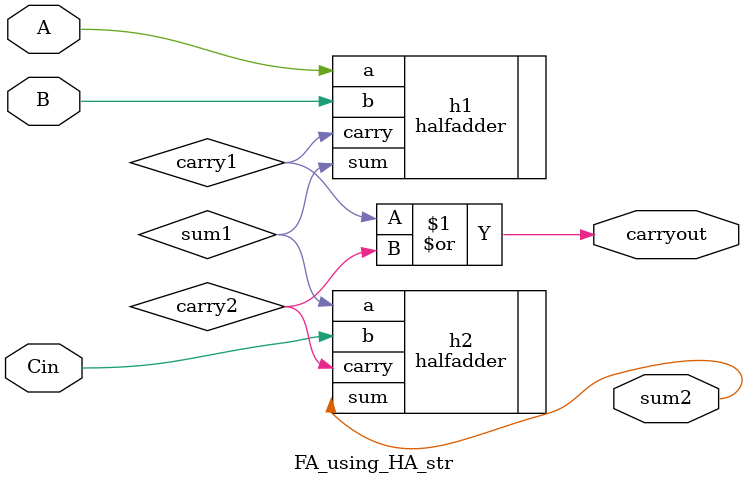
<source format=sv>
`timescale 1ns / 1ps
module FA_using_HA_str(
input A,B,Cin,
output sum2,carryout
);
wire sum1,carry1,carry2;
halfadder h1(.a(A),.b(B),.sum(sum1),.carry(carry1));
halfadder h2(.a(sum1),.b(Cin),.sum(sum2),.carry(carry2));
assign carryout= carry1|carry2;
endmodule

</source>
